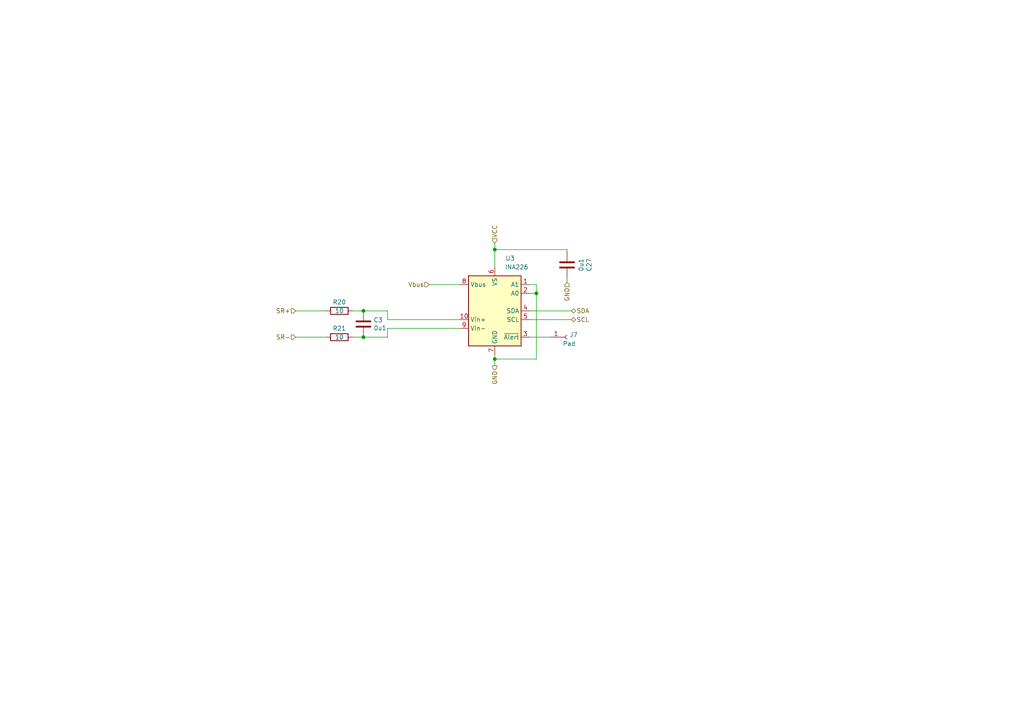
<source format=kicad_sch>
(kicad_sch (version 20211123) (generator eeschema)

  (uuid 7138620e-503d-40f9-a393-4797b151ec41)

  (paper "A4")

  (title_block
    (title "CDH_ECU")
    (date "2022-03-06")
    (rev "1.2.3")
    (company "Daniel Edwards")
    (comment 1 "Chinese Diesel Heater - modern ECU replacement")
  )

  (lib_symbols
    (symbol "Analog_ADC:INA226" (in_bom yes) (on_board yes)
      (property "Reference" "U" (id 0) (at -6.35 11.43 0)
        (effects (font (size 1.27 1.27)))
      )
      (property "Value" "INA226" (id 1) (at 3.81 11.43 0)
        (effects (font (size 1.27 1.27)))
      )
      (property "Footprint" "Package_SO:VSSOP-10_3x3mm_P0.5mm" (id 2) (at 20.32 -11.43 0)
        (effects (font (size 1.27 1.27)) hide)
      )
      (property "Datasheet" "http://www.ti.com/lit/ds/symlink/ina226.pdf" (id 3) (at 8.89 -2.54 0)
        (effects (font (size 1.27 1.27)) hide)
      )
      (property "ki_keywords" "ADC I2C 16-Bit Oversampling Current Shunt" (id 4) (at 0 0 0)
        (effects (font (size 1.27 1.27)) hide)
      )
      (property "ki_description" "High-Side or Low-Side Measurement, Bi-Directional Current and Power Monitor (0-36V) with I2C Compatible Interface, VSSOP-10" (id 5) (at 0 0 0)
        (effects (font (size 1.27 1.27)) hide)
      )
      (property "ki_fp_filters" "VSSOP*3x3mm*P0.5mm*" (id 6) (at 0 0 0)
        (effects (font (size 1.27 1.27)) hide)
      )
      (symbol "INA226_0_1"
        (rectangle (start 7.62 10.16) (end -7.62 -10.16)
          (stroke (width 0.254) (type default) (color 0 0 0 0))
          (fill (type background))
        )
      )
      (symbol "INA226_1_1"
        (pin input line (at 10.16 7.62 180) (length 2.54)
          (name "A1" (effects (font (size 1.27 1.27))))
          (number "1" (effects (font (size 1.27 1.27))))
        )
        (pin input line (at -10.16 -2.54 0) (length 2.54)
          (name "Vin+" (effects (font (size 1.27 1.27))))
          (number "10" (effects (font (size 1.27 1.27))))
        )
        (pin input line (at 10.16 5.08 180) (length 2.54)
          (name "A0" (effects (font (size 1.27 1.27))))
          (number "2" (effects (font (size 1.27 1.27))))
        )
        (pin open_collector line (at 10.16 -7.62 180) (length 2.54)
          (name "~{Alert}" (effects (font (size 1.27 1.27))))
          (number "3" (effects (font (size 1.27 1.27))))
        )
        (pin bidirectional line (at 10.16 0 180) (length 2.54)
          (name "SDA" (effects (font (size 1.27 1.27))))
          (number "4" (effects (font (size 1.27 1.27))))
        )
        (pin input line (at 10.16 -2.54 180) (length 2.54)
          (name "SCL" (effects (font (size 1.27 1.27))))
          (number "5" (effects (font (size 1.27 1.27))))
        )
        (pin power_in line (at 0 12.7 270) (length 2.54)
          (name "VS" (effects (font (size 1.27 1.27))))
          (number "6" (effects (font (size 1.27 1.27))))
        )
        (pin power_in line (at 0 -12.7 90) (length 2.54)
          (name "GND" (effects (font (size 1.27 1.27))))
          (number "7" (effects (font (size 1.27 1.27))))
        )
        (pin input line (at -10.16 7.62 0) (length 2.54)
          (name "Vbus" (effects (font (size 1.27 1.27))))
          (number "8" (effects (font (size 1.27 1.27))))
        )
        (pin input line (at -10.16 -5.08 0) (length 2.54)
          (name "Vin-" (effects (font (size 1.27 1.27))))
          (number "9" (effects (font (size 1.27 1.27))))
        )
      )
    )
    (symbol "Connector:Conn_01x01_Female" (pin_names (offset 1.016) hide) (in_bom yes) (on_board yes)
      (property "Reference" "J" (id 0) (at 0 2.54 0)
        (effects (font (size 1.27 1.27)))
      )
      (property "Value" "Conn_01x01_Female" (id 1) (at 0 -2.54 0)
        (effects (font (size 1.27 1.27)))
      )
      (property "Footprint" "" (id 2) (at 0 0 0)
        (effects (font (size 1.27 1.27)) hide)
      )
      (property "Datasheet" "~" (id 3) (at 0 0 0)
        (effects (font (size 1.27 1.27)) hide)
      )
      (property "ki_keywords" "connector" (id 4) (at 0 0 0)
        (effects (font (size 1.27 1.27)) hide)
      )
      (property "ki_description" "Generic connector, single row, 01x01, script generated (kicad-library-utils/schlib/autogen/connector/)" (id 5) (at 0 0 0)
        (effects (font (size 1.27 1.27)) hide)
      )
      (property "ki_fp_filters" "Connector*:*" (id 6) (at 0 0 0)
        (effects (font (size 1.27 1.27)) hide)
      )
      (symbol "Conn_01x01_Female_1_1"
        (polyline
          (pts
            (xy -1.27 0)
            (xy -0.508 0)
          )
          (stroke (width 0.1524) (type default) (color 0 0 0 0))
          (fill (type none))
        )
        (arc (start 0 0.508) (mid -0.508 0) (end 0 -0.508)
          (stroke (width 0.1524) (type default) (color 0 0 0 0))
          (fill (type none))
        )
        (pin passive line (at -5.08 0 0) (length 3.81)
          (name "Pin_1" (effects (font (size 1.27 1.27))))
          (number "1" (effects (font (size 1.27 1.27))))
        )
      )
    )
    (symbol "Device:C" (pin_numbers hide) (pin_names (offset 0.254)) (in_bom yes) (on_board yes)
      (property "Reference" "C" (id 0) (at 0.635 2.54 0)
        (effects (font (size 1.27 1.27)) (justify left))
      )
      (property "Value" "C" (id 1) (at 0.635 -2.54 0)
        (effects (font (size 1.27 1.27)) (justify left))
      )
      (property "Footprint" "" (id 2) (at 0.9652 -3.81 0)
        (effects (font (size 1.27 1.27)) hide)
      )
      (property "Datasheet" "~" (id 3) (at 0 0 0)
        (effects (font (size 1.27 1.27)) hide)
      )
      (property "ki_keywords" "cap capacitor" (id 4) (at 0 0 0)
        (effects (font (size 1.27 1.27)) hide)
      )
      (property "ki_description" "Unpolarized capacitor" (id 5) (at 0 0 0)
        (effects (font (size 1.27 1.27)) hide)
      )
      (property "ki_fp_filters" "C_*" (id 6) (at 0 0 0)
        (effects (font (size 1.27 1.27)) hide)
      )
      (symbol "C_0_1"
        (polyline
          (pts
            (xy -2.032 -0.762)
            (xy 2.032 -0.762)
          )
          (stroke (width 0.508) (type default) (color 0 0 0 0))
          (fill (type none))
        )
        (polyline
          (pts
            (xy -2.032 0.762)
            (xy 2.032 0.762)
          )
          (stroke (width 0.508) (type default) (color 0 0 0 0))
          (fill (type none))
        )
      )
      (symbol "C_1_1"
        (pin passive line (at 0 3.81 270) (length 2.794)
          (name "~" (effects (font (size 1.27 1.27))))
          (number "1" (effects (font (size 1.27 1.27))))
        )
        (pin passive line (at 0 -3.81 90) (length 2.794)
          (name "~" (effects (font (size 1.27 1.27))))
          (number "2" (effects (font (size 1.27 1.27))))
        )
      )
    )
    (symbol "Device:R" (pin_numbers hide) (pin_names (offset 0)) (in_bom yes) (on_board yes)
      (property "Reference" "R" (id 0) (at 2.032 0 90)
        (effects (font (size 1.27 1.27)))
      )
      (property "Value" "R" (id 1) (at 0 0 90)
        (effects (font (size 1.27 1.27)))
      )
      (property "Footprint" "" (id 2) (at -1.778 0 90)
        (effects (font (size 1.27 1.27)) hide)
      )
      (property "Datasheet" "~" (id 3) (at 0 0 0)
        (effects (font (size 1.27 1.27)) hide)
      )
      (property "ki_keywords" "R res resistor" (id 4) (at 0 0 0)
        (effects (font (size 1.27 1.27)) hide)
      )
      (property "ki_description" "Resistor" (id 5) (at 0 0 0)
        (effects (font (size 1.27 1.27)) hide)
      )
      (property "ki_fp_filters" "R_*" (id 6) (at 0 0 0)
        (effects (font (size 1.27 1.27)) hide)
      )
      (symbol "R_0_1"
        (rectangle (start -1.016 -2.54) (end 1.016 2.54)
          (stroke (width 0.254) (type default) (color 0 0 0 0))
          (fill (type none))
        )
      )
      (symbol "R_1_1"
        (pin passive line (at 0 3.81 270) (length 1.27)
          (name "~" (effects (font (size 1.27 1.27))))
          (number "1" (effects (font (size 1.27 1.27))))
        )
        (pin passive line (at 0 -3.81 90) (length 1.27)
          (name "~" (effects (font (size 1.27 1.27))))
          (number "2" (effects (font (size 1.27 1.27))))
        )
      )
    )
  )

  (junction (at 143.51 72.39) (diameter 0) (color 0 0 0 0)
    (uuid 1bc32985-ab61-447a-afe3-660d26a19a5f)
  )
  (junction (at 105.41 97.79) (diameter 0) (color 0 0 0 0)
    (uuid 49029c52-3770-467b-87d5-c12b5bf094b3)
  )
  (junction (at 143.51 104.14) (diameter 0) (color 0 0 0 0)
    (uuid 8f250a1a-7bb4-42b0-9fe7-b312ab262705)
  )
  (junction (at 105.41 90.17) (diameter 0) (color 0 0 0 0)
    (uuid c256c09b-e08c-4ec0-80e7-1b0831204bfb)
  )
  (junction (at 155.575 85.09) (diameter 0) (color 0 0 0 0)
    (uuid f0cc4c02-1db1-4c0d-a497-f94c97be68b1)
  )

  (wire (pts (xy 112.395 90.17) (xy 105.41 90.17))
    (stroke (width 0) (type default) (color 0 0 0 0))
    (uuid 0ee8e27b-d20e-4f02-b712-4997a21cc49e)
  )
  (wire (pts (xy 143.51 70.485) (xy 143.51 72.39))
    (stroke (width 0) (type default) (color 0 0 0 0))
    (uuid 1fb1d253-1fb2-4f5c-8ad6-f78c7281ed82)
  )
  (wire (pts (xy 102.235 97.79) (xy 105.41 97.79))
    (stroke (width 0) (type default) (color 0 0 0 0))
    (uuid 25f45324-984f-4f87-a61d-673388bceeef)
  )
  (wire (pts (xy 105.41 90.17) (xy 102.235 90.17))
    (stroke (width 0) (type default) (color 0 0 0 0))
    (uuid 2a9b5734-3b73-486c-b715-16c398eb5599)
  )
  (wire (pts (xy 159.385 97.79) (xy 153.67 97.79))
    (stroke (width 0) (type default) (color 0 0 0 0))
    (uuid 2eb031e3-3494-44ed-9380-0248c6bb86c9)
  )
  (wire (pts (xy 155.575 85.09) (xy 155.575 82.55))
    (stroke (width 0) (type default) (color 0 0 0 0))
    (uuid 3542a2a1-ecef-4544-804a-995b582dd901)
  )
  (wire (pts (xy 112.395 95.25) (xy 133.35 95.25))
    (stroke (width 0) (type default) (color 0 0 0 0))
    (uuid 4ad2dfab-f664-4c8a-9930-c5e665d4e982)
  )
  (wire (pts (xy 153.67 92.71) (xy 165.735 92.71))
    (stroke (width 0) (type default) (color 0 0 0 0))
    (uuid 5b8f2167-6b6e-4385-94c4-d3a1c72babff)
  )
  (wire (pts (xy 164.465 72.39) (xy 143.51 72.39))
    (stroke (width 0) (type default) (color 0 0 0 0))
    (uuid 6882c8b7-d749-4f07-bb4e-daf219c11285)
  )
  (wire (pts (xy 153.67 90.17) (xy 165.735 90.17))
    (stroke (width 0) (type default) (color 0 0 0 0))
    (uuid 6e40da87-b7b6-4f08-9360-e78b5a349e8c)
  )
  (wire (pts (xy 155.575 85.09) (xy 155.575 104.14))
    (stroke (width 0) (type default) (color 0 0 0 0))
    (uuid 719892b7-73d6-4324-88d0-a6e42022db33)
  )
  (wire (pts (xy 164.465 80.645) (xy 164.465 81.915))
    (stroke (width 0) (type default) (color 0 0 0 0))
    (uuid 922a4e64-8595-408b-85af-74eae20e000c)
  )
  (wire (pts (xy 143.51 104.14) (xy 143.51 106.045))
    (stroke (width 0) (type default) (color 0 0 0 0))
    (uuid 9a1c9946-4bb1-464e-9638-0b0962ff5dd6)
  )
  (wire (pts (xy 153.67 85.09) (xy 155.575 85.09))
    (stroke (width 0) (type default) (color 0 0 0 0))
    (uuid 9cc0d861-a275-442f-b4cb-403a6bd9b83b)
  )
  (wire (pts (xy 155.575 82.55) (xy 153.67 82.55))
    (stroke (width 0) (type default) (color 0 0 0 0))
    (uuid 9dd2eeab-5f84-449f-9097-f54dfc16b40c)
  )
  (wire (pts (xy 112.395 92.71) (xy 112.395 90.17))
    (stroke (width 0) (type default) (color 0 0 0 0))
    (uuid a24ade9c-27a5-4c37-9432-6b047a73adcf)
  )
  (wire (pts (xy 143.51 72.39) (xy 143.51 77.47))
    (stroke (width 0) (type default) (color 0 0 0 0))
    (uuid ae5cbd8a-5f36-4d45-9ce4-c69985c4d5db)
  )
  (wire (pts (xy 164.465 72.39) (xy 164.465 73.025))
    (stroke (width 0) (type default) (color 0 0 0 0))
    (uuid b470cd70-a496-414d-bdad-fe474eca6dca)
  )
  (wire (pts (xy 94.615 90.17) (xy 85.725 90.17))
    (stroke (width 0) (type default) (color 0 0 0 0))
    (uuid c2786187-e9db-4b67-84ee-639c420f7308)
  )
  (wire (pts (xy 143.51 104.14) (xy 143.51 102.87))
    (stroke (width 0) (type default) (color 0 0 0 0))
    (uuid da66faaf-7b1d-4a22-864e-26a76b944250)
  )
  (wire (pts (xy 155.575 104.14) (xy 143.51 104.14))
    (stroke (width 0) (type default) (color 0 0 0 0))
    (uuid df1c0315-75d4-4bc5-852c-d035093f9ccc)
  )
  (wire (pts (xy 133.35 82.55) (xy 124.46 82.55))
    (stroke (width 0) (type default) (color 0 0 0 0))
    (uuid e3859ccb-59bf-42b2-a191-b1ed8b8cb443)
  )
  (wire (pts (xy 94.615 97.79) (xy 85.725 97.79))
    (stroke (width 0) (type default) (color 0 0 0 0))
    (uuid e7f4bc4c-e6d8-4b3a-afb4-5738c35c187c)
  )
  (wire (pts (xy 112.395 97.79) (xy 112.395 95.25))
    (stroke (width 0) (type default) (color 0 0 0 0))
    (uuid f1ff264b-c37e-4ec6-be5e-0188f1bc1a6b)
  )
  (wire (pts (xy 105.41 97.79) (xy 112.395 97.79))
    (stroke (width 0) (type default) (color 0 0 0 0))
    (uuid f7635583-1fef-47be-8d8c-ae48d5f9097c)
  )
  (wire (pts (xy 112.395 92.71) (xy 133.35 92.71))
    (stroke (width 0) (type default) (color 0 0 0 0))
    (uuid f9f16a09-1aba-44f0-be6a-51778dd87a72)
  )

  (hierarchical_label "GND" (shape output) (at 143.51 106.045 270)
    (effects (font (size 1.27 1.27)) (justify right))
    (uuid 14c9a670-05f1-4e9e-8f43-eff6355d757d)
  )
  (hierarchical_label "VCC" (shape input) (at 143.51 70.485 90)
    (effects (font (size 1.27 1.27)) (justify left))
    (uuid 2fc8d554-b50d-45ae-8cc5-3074651a354e)
  )
  (hierarchical_label "SDA" (shape bidirectional) (at 165.735 90.17 0)
    (effects (font (size 1.27 1.27)) (justify left))
    (uuid 7633c328-919b-4d82-b112-47f41d2f0125)
  )
  (hierarchical_label "GND" (shape input) (at 164.465 81.915 270)
    (effects (font (size 1.27 1.27)) (justify right))
    (uuid 7f03c798-f7bf-4d7c-b9b6-478820a572b7)
  )
  (hierarchical_label "Vbus" (shape input) (at 124.46 82.55 180)
    (effects (font (size 1.27 1.27)) (justify right))
    (uuid 9dcdba8b-bbcd-475a-8986-d0d196c4af08)
  )
  (hierarchical_label "SCL" (shape bidirectional) (at 165.735 92.71 0)
    (effects (font (size 1.27 1.27)) (justify left))
    (uuid c0112352-5bea-4c7b-a02a-f843be17dd6a)
  )
  (hierarchical_label "SR+" (shape input) (at 85.725 90.17 180)
    (effects (font (size 1.27 1.27)) (justify right))
    (uuid ebe22b88-8bff-4e0b-91fb-9c50985b84ba)
  )
  (hierarchical_label "SR-" (shape input) (at 85.725 97.79 180)
    (effects (font (size 1.27 1.27)) (justify right))
    (uuid fdac2a5b-cc46-4953-a518-856f29f8539d)
  )

  (symbol (lib_id "Device:R") (at 98.425 97.79 270) (unit 1)
    (in_bom yes) (on_board yes)
    (uuid 2a82a409-f2a2-4e5d-a7cf-c7e3fe14511c)
    (property "Reference" "R21" (id 0) (at 98.425 95.25 90))
    (property "Value" "10" (id 1) (at 98.425 97.79 90))
    (property "Footprint" "Resistor_SMD:R_0805_2012Metric" (id 2) (at 98.425 96.012 90)
      (effects (font (size 1.27 1.27)) hide)
    )
    (property "Datasheet" "~" (id 3) (at 98.425 97.79 0)
      (effects (font (size 1.27 1.27)) hide)
    )
    (pin "1" (uuid 868d76c0-1194-4ec4-a8d0-70cf46d1238f))
    (pin "2" (uuid 22c5aed8-655e-4e93-9837-7e20929e4897))
  )

  (symbol (lib_id "Device:C") (at 164.465 76.835 180) (unit 1)
    (in_bom yes) (on_board yes)
    (uuid 3b505174-a0f1-4f83-a149-f6be9f1a9e79)
    (property "Reference" "C27" (id 0) (at 170.8658 76.835 90))
    (property "Value" "0u1" (id 1) (at 168.5544 76.835 90))
    (property "Footprint" "Capacitor_SMD:C_0805_2012Metric" (id 2) (at 163.4998 73.025 0)
      (effects (font (size 1.27 1.27)) hide)
    )
    (property "Datasheet" "~" (id 3) (at 164.465 76.835 0)
      (effects (font (size 1.27 1.27)) hide)
    )
    (pin "1" (uuid 14cb0931-1149-43f9-b2e8-23d8166bc353))
    (pin "2" (uuid 59316c3c-4462-487d-af6a-3728190f25d7))
  )

  (symbol (lib_id "Analog_ADC:INA226") (at 143.51 90.17 0) (unit 1)
    (in_bom yes) (on_board yes)
    (uuid 6ddc6b7c-9632-483b-ad26-4454d365eeae)
    (property "Reference" "U3" (id 0) (at 147.955 74.93 0))
    (property "Value" "INA226" (id 1) (at 149.86 77.47 0))
    (property "Footprint" "Package_SO:VSSOP-10_3x3mm_P0.5mm" (id 2) (at 163.83 101.6 0)
      (effects (font (size 1.27 1.27)) hide)
    )
    (property "Datasheet" "http://www.ti.com/lit/ds/symlink/ina226.pdf" (id 3) (at 152.4 92.71 0)
      (effects (font (size 1.27 1.27)) hide)
    )
    (pin "1" (uuid 9b69ebe1-cee0-4436-b142-3f51152aa600))
    (pin "10" (uuid cac99284-9e1d-4a69-ac9d-184de1dc0041))
    (pin "2" (uuid 7a952817-9c8c-4f59-bb9c-ad6c83cfd1cc))
    (pin "3" (uuid 697c24fd-d5bd-4408-b9d1-25053d53c7a0))
    (pin "4" (uuid d7be4161-d727-4e00-bb49-01d9bf9dbad1))
    (pin "5" (uuid 4a146b86-4a96-4bb2-84a5-fd54ea9df184))
    (pin "6" (uuid ac19e00a-d2d5-473f-b540-6869e1a79fa3))
    (pin "7" (uuid f04284dd-73ea-4893-ad09-6a732a0725b8))
    (pin "8" (uuid 97022c2f-7d94-4859-8f07-e72fef8b630f))
    (pin "9" (uuid 591a2a75-1be1-4063-91b7-23d17e81766d))
  )

  (symbol (lib_id "Device:R") (at 98.425 90.17 270) (unit 1)
    (in_bom yes) (on_board yes)
    (uuid 86f5ae1b-576d-4918-8eda-006d452b2e0e)
    (property "Reference" "R20" (id 0) (at 98.425 87.63 90))
    (property "Value" "10" (id 1) (at 98.425 90.17 90))
    (property "Footprint" "Resistor_SMD:R_0805_2012Metric" (id 2) (at 98.425 88.392 90)
      (effects (font (size 1.27 1.27)) hide)
    )
    (property "Datasheet" "~" (id 3) (at 98.425 90.17 0)
      (effects (font (size 1.27 1.27)) hide)
    )
    (pin "1" (uuid c8333ff8-5499-4bb3-ac39-26881caad659))
    (pin "2" (uuid d7ec4394-7cd7-4f0d-a95b-0b5aeece333e))
  )

  (symbol (lib_id "Device:C") (at 105.41 93.98 180) (unit 1)
    (in_bom yes) (on_board yes)
    (uuid 94683cd9-2bd6-47cb-a35c-537dba11e1e8)
    (property "Reference" "C3" (id 0) (at 108.331 92.8116 0)
      (effects (font (size 1.27 1.27)) (justify right))
    )
    (property "Value" "0u1" (id 1) (at 108.331 95.123 0)
      (effects (font (size 1.27 1.27)) (justify right))
    )
    (property "Footprint" "Capacitor_SMD:C_0805_2012Metric" (id 2) (at 104.4448 90.17 0)
      (effects (font (size 1.27 1.27)) hide)
    )
    (property "Datasheet" "~" (id 3) (at 105.41 93.98 0)
      (effects (font (size 1.27 1.27)) hide)
    )
    (pin "1" (uuid dd25d37d-7646-4871-b8fc-f9590cf229cc))
    (pin "2" (uuid c55c42d6-a79c-4156-ad6a-810cdaecdea3))
  )

  (symbol (lib_id "Connector:Conn_01x01_Female") (at 164.465 97.79 0) (unit 1)
    (in_bom yes) (on_board yes)
    (uuid c6ebcc56-0472-4793-bda3-382e8963d66c)
    (property "Reference" "J7" (id 0) (at 165.1762 97.1296 0)
      (effects (font (size 1.27 1.27)) (justify left))
    )
    (property "Value" "Pad" (id 1) (at 163.195 99.695 0)
      (effects (font (size 1.27 1.27)) (justify left))
    )
    (property "Footprint" "TestPoint:TestPoint_Pad_D1.5mm" (id 2) (at 164.465 97.79 0)
      (effects (font (size 1.27 1.27)) hide)
    )
    (property "Datasheet" "~" (id 3) (at 164.465 97.79 0)
      (effects (font (size 1.27 1.27)) hide)
    )
    (pin "1" (uuid a66ced7c-8b3b-4dd5-ac42-026a53124c40))
  )
)

</source>
